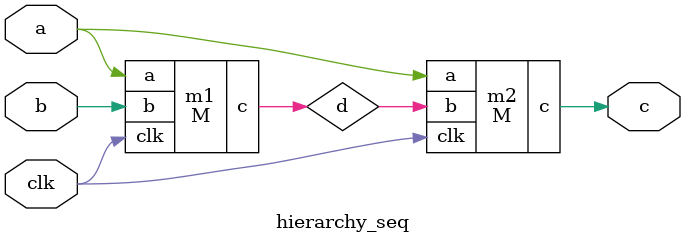
<source format=v>
module S(clk,a,b,c);
 input clk, a,b;
 output reg c;

 always@(posedge clk)  c <= a & b;
endmodule


module M(clk, a,b,c);
 input clk,a,b;
 wire d;
 wire e, f;
 output c;
 
 S s1(clk,e,b,d);
 S s2(clk,f,d,c);
 
    assign e = a ^ b;
    assign f = a | b; 
 

endmodule

module hierarchy_seq(clk, a, b, c);
 input clk,a,b;
 wire d;
 output c;

 M m1(clk,a,b,d);
 M m2(clk,a,d,c);

endmodule


</source>
